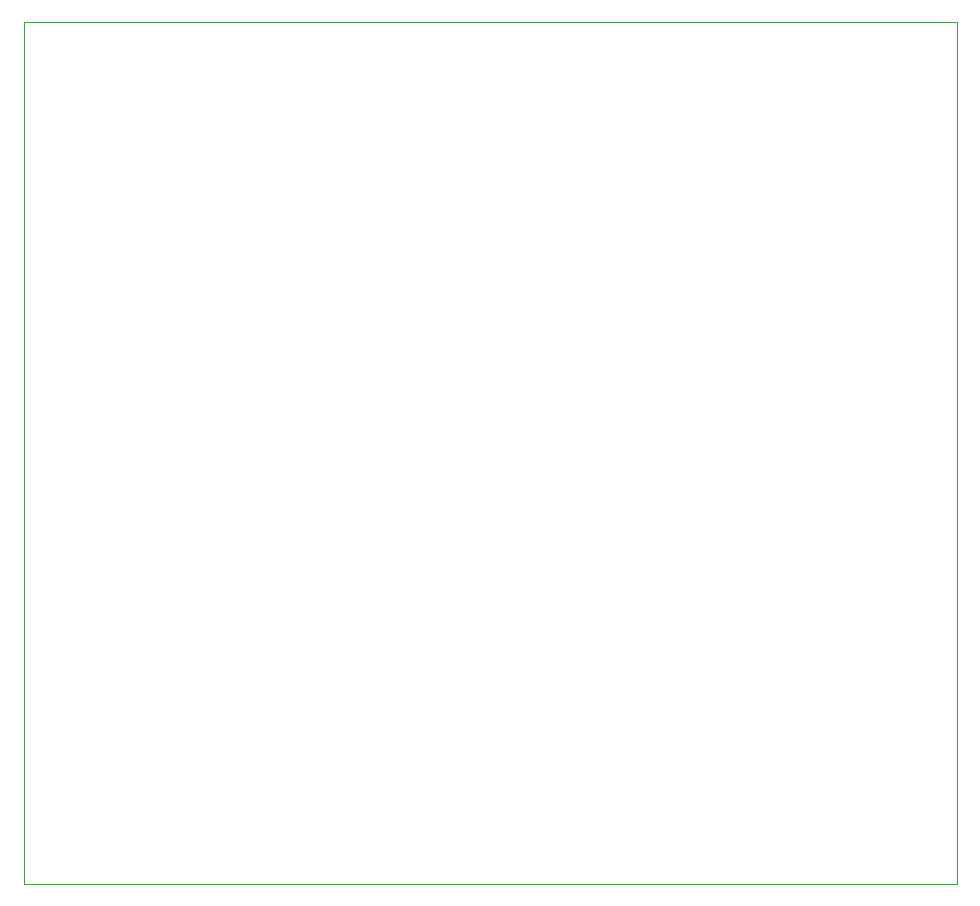
<source format=gm1>
%TF.GenerationSoftware,KiCad,Pcbnew,(5.1.6-0-10_14)*%
%TF.CreationDate,2021-04-16T11:15:05+09:00*%
%TF.ProjectId,NinjaPCB_ver2.2,4e696e6a-6150-4434-925f-766572322e32,rev?*%
%TF.SameCoordinates,Original*%
%TF.FileFunction,Profile,NP*%
%FSLAX46Y46*%
G04 Gerber Fmt 4.6, Leading zero omitted, Abs format (unit mm)*
G04 Created by KiCad (PCBNEW (5.1.6-0-10_14)) date 2021-04-16 11:15:05*
%MOMM*%
%LPD*%
G01*
G04 APERTURE LIST*
%TA.AperFunction,Profile*%
%ADD10C,0.050000*%
%TD*%
G04 APERTURE END LIST*
D10*
X109001100Y-141503600D02*
X188001100Y-141503600D01*
X188001100Y-141503600D02*
X188001100Y-68503600D01*
X188001100Y-68503600D02*
X109001100Y-68503600D01*
X109001100Y-68503600D02*
X109001100Y-141503600D01*
M02*

</source>
